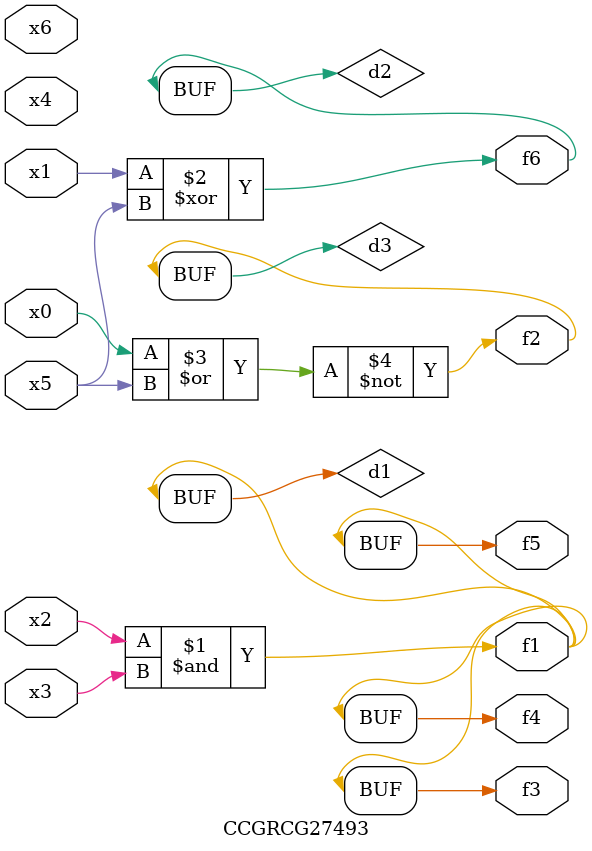
<source format=v>
module CCGRCG27493(
	input x0, x1, x2, x3, x4, x5, x6,
	output f1, f2, f3, f4, f5, f6
);

	wire d1, d2, d3;

	and (d1, x2, x3);
	xor (d2, x1, x5);
	nor (d3, x0, x5);
	assign f1 = d1;
	assign f2 = d3;
	assign f3 = d1;
	assign f4 = d1;
	assign f5 = d1;
	assign f6 = d2;
endmodule

</source>
